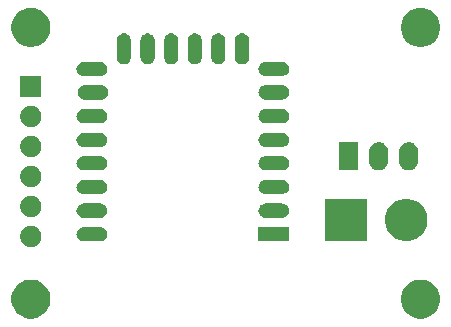
<source format=gbr>
G04 #@! TF.GenerationSoftware,KiCad,Pcbnew,(5.1.5)-3*
G04 #@! TF.CreationDate,2020-04-12T01:01:47+02:00*
G04 #@! TF.ProjectId,schinkli_brain,73636869-6e6b-46c6-995f-627261696e2e,rev?*
G04 #@! TF.SameCoordinates,Original*
G04 #@! TF.FileFunction,Soldermask,Top*
G04 #@! TF.FilePolarity,Negative*
%FSLAX46Y46*%
G04 Gerber Fmt 4.6, Leading zero omitted, Abs format (unit mm)*
G04 Created by KiCad (PCBNEW (5.1.5)-3) date 2020-04-12 01:01:47*
%MOMM*%
%LPD*%
G04 APERTURE LIST*
%ADD10C,0.100000*%
G04 APERTURE END LIST*
D10*
G36*
X86875256Y-124891298D02*
G01*
X86981579Y-124912447D01*
X87282042Y-125036903D01*
X87552451Y-125217585D01*
X87782415Y-125447549D01*
X87963097Y-125717958D01*
X88087553Y-126018421D01*
X88151000Y-126337391D01*
X88151000Y-126662609D01*
X88087553Y-126981579D01*
X87963097Y-127282042D01*
X87782415Y-127552451D01*
X87552451Y-127782415D01*
X87282042Y-127963097D01*
X86981579Y-128087553D01*
X86875256Y-128108702D01*
X86662611Y-128151000D01*
X86337389Y-128151000D01*
X86124744Y-128108702D01*
X86018421Y-128087553D01*
X85717958Y-127963097D01*
X85447549Y-127782415D01*
X85217585Y-127552451D01*
X85036903Y-127282042D01*
X84912447Y-126981579D01*
X84849000Y-126662609D01*
X84849000Y-126337391D01*
X84912447Y-126018421D01*
X85036903Y-125717958D01*
X85217585Y-125447549D01*
X85447549Y-125217585D01*
X85717958Y-125036903D01*
X86018421Y-124912447D01*
X86124744Y-124891298D01*
X86337389Y-124849000D01*
X86662611Y-124849000D01*
X86875256Y-124891298D01*
G37*
G36*
X53875256Y-124891298D02*
G01*
X53981579Y-124912447D01*
X54282042Y-125036903D01*
X54552451Y-125217585D01*
X54782415Y-125447549D01*
X54963097Y-125717958D01*
X55087553Y-126018421D01*
X55151000Y-126337391D01*
X55151000Y-126662609D01*
X55087553Y-126981579D01*
X54963097Y-127282042D01*
X54782415Y-127552451D01*
X54552451Y-127782415D01*
X54282042Y-127963097D01*
X53981579Y-128087553D01*
X53875256Y-128108702D01*
X53662611Y-128151000D01*
X53337389Y-128151000D01*
X53124744Y-128108702D01*
X53018421Y-128087553D01*
X52717958Y-127963097D01*
X52447549Y-127782415D01*
X52217585Y-127552451D01*
X52036903Y-127282042D01*
X51912447Y-126981579D01*
X51849000Y-126662609D01*
X51849000Y-126337391D01*
X51912447Y-126018421D01*
X52036903Y-125717958D01*
X52217585Y-125447549D01*
X52447549Y-125217585D01*
X52717958Y-125036903D01*
X53018421Y-124912447D01*
X53124744Y-124891298D01*
X53337389Y-124849000D01*
X53662611Y-124849000D01*
X53875256Y-124891298D01*
G37*
G36*
X53613512Y-120303927D02*
G01*
X53762812Y-120333624D01*
X53926784Y-120401544D01*
X54074354Y-120500147D01*
X54199853Y-120625646D01*
X54298456Y-120773216D01*
X54366376Y-120937188D01*
X54401000Y-121111259D01*
X54401000Y-121288741D01*
X54366376Y-121462812D01*
X54298456Y-121626784D01*
X54199853Y-121774354D01*
X54074354Y-121899853D01*
X53926784Y-121998456D01*
X53762812Y-122066376D01*
X53613512Y-122096073D01*
X53588742Y-122101000D01*
X53411258Y-122101000D01*
X53386488Y-122096073D01*
X53237188Y-122066376D01*
X53073216Y-121998456D01*
X52925646Y-121899853D01*
X52800147Y-121774354D01*
X52701544Y-121626784D01*
X52633624Y-121462812D01*
X52599000Y-121288741D01*
X52599000Y-121111259D01*
X52633624Y-120937188D01*
X52701544Y-120773216D01*
X52800147Y-120625646D01*
X52925646Y-120500147D01*
X53073216Y-120401544D01*
X53237188Y-120333624D01*
X53386488Y-120303927D01*
X53411258Y-120299000D01*
X53588742Y-120299000D01*
X53613512Y-120303927D01*
G37*
G36*
X85506905Y-118008789D02*
G01*
X85805350Y-118068153D01*
X86133122Y-118203921D01*
X86428109Y-118401025D01*
X86678975Y-118651891D01*
X86876079Y-118946878D01*
X87011847Y-119274650D01*
X87061918Y-119526376D01*
X87075032Y-119592303D01*
X87081060Y-119622611D01*
X87081060Y-119977389D01*
X87011847Y-120325350D01*
X86876079Y-120653122D01*
X86678975Y-120948109D01*
X86428109Y-121198975D01*
X86133122Y-121396079D01*
X85805350Y-121531847D01*
X85506905Y-121591211D01*
X85457390Y-121601060D01*
X85102610Y-121601060D01*
X85053095Y-121591211D01*
X84754650Y-121531847D01*
X84426878Y-121396079D01*
X84131891Y-121198975D01*
X83881025Y-120948109D01*
X83683921Y-120653122D01*
X83548153Y-120325350D01*
X83478940Y-119977389D01*
X83478940Y-119622611D01*
X83484969Y-119592303D01*
X83498082Y-119526376D01*
X83548153Y-119274650D01*
X83683921Y-118946878D01*
X83881025Y-118651891D01*
X84131891Y-118401025D01*
X84426878Y-118203921D01*
X84754650Y-118068153D01*
X85053095Y-118008789D01*
X85102610Y-117998940D01*
X85457390Y-117998940D01*
X85506905Y-118008789D01*
G37*
G36*
X82001060Y-121601060D02*
G01*
X78398940Y-121601060D01*
X78398940Y-117998940D01*
X82001060Y-117998940D01*
X82001060Y-121601060D01*
G37*
G36*
X59485818Y-120407696D02*
G01*
X59599105Y-120442062D01*
X59703512Y-120497869D01*
X59795027Y-120572973D01*
X59870131Y-120664488D01*
X59925938Y-120768895D01*
X59960304Y-120882182D01*
X59971907Y-121000000D01*
X59960304Y-121117818D01*
X59925938Y-121231105D01*
X59870131Y-121335512D01*
X59795027Y-121427027D01*
X59703512Y-121502131D01*
X59599105Y-121557938D01*
X59485818Y-121592304D01*
X59397519Y-121601000D01*
X57938481Y-121601000D01*
X57850182Y-121592304D01*
X57736895Y-121557938D01*
X57632488Y-121502131D01*
X57540973Y-121427027D01*
X57465869Y-121335512D01*
X57410062Y-121231105D01*
X57375696Y-121117818D01*
X57364093Y-121000000D01*
X57375696Y-120882182D01*
X57410062Y-120768895D01*
X57465869Y-120664488D01*
X57540973Y-120572973D01*
X57632488Y-120497869D01*
X57736895Y-120442062D01*
X57850182Y-120407696D01*
X57938481Y-120399000D01*
X59397519Y-120399000D01*
X59485818Y-120407696D01*
G37*
G36*
X75369000Y-121601000D02*
G01*
X72767000Y-121601000D01*
X72767000Y-120399000D01*
X75369000Y-120399000D01*
X75369000Y-121601000D01*
G37*
G36*
X74885818Y-118407696D02*
G01*
X74999105Y-118442062D01*
X75103512Y-118497869D01*
X75195027Y-118572973D01*
X75270131Y-118664488D01*
X75325938Y-118768895D01*
X75360304Y-118882182D01*
X75371907Y-119000000D01*
X75360304Y-119117818D01*
X75325938Y-119231105D01*
X75270131Y-119335512D01*
X75195027Y-119427027D01*
X75103512Y-119502131D01*
X74999105Y-119557938D01*
X74885818Y-119592304D01*
X74797519Y-119601000D01*
X73338481Y-119601000D01*
X73250182Y-119592304D01*
X73136895Y-119557938D01*
X73032488Y-119502131D01*
X72940973Y-119427027D01*
X72865869Y-119335512D01*
X72810062Y-119231105D01*
X72775696Y-119117818D01*
X72764093Y-119000000D01*
X72775696Y-118882182D01*
X72810062Y-118768895D01*
X72865869Y-118664488D01*
X72940973Y-118572973D01*
X73032488Y-118497869D01*
X73136895Y-118442062D01*
X73250182Y-118407696D01*
X73338481Y-118399000D01*
X74797519Y-118399000D01*
X74885818Y-118407696D01*
G37*
G36*
X59485818Y-118407696D02*
G01*
X59599105Y-118442062D01*
X59703512Y-118497869D01*
X59795027Y-118572973D01*
X59870131Y-118664488D01*
X59925938Y-118768895D01*
X59960304Y-118882182D01*
X59971907Y-119000000D01*
X59960304Y-119117818D01*
X59925938Y-119231105D01*
X59870131Y-119335512D01*
X59795027Y-119427027D01*
X59703512Y-119502131D01*
X59599105Y-119557938D01*
X59485818Y-119592304D01*
X59397519Y-119601000D01*
X57938481Y-119601000D01*
X57850182Y-119592304D01*
X57736895Y-119557938D01*
X57632488Y-119502131D01*
X57540973Y-119427027D01*
X57465869Y-119335512D01*
X57410062Y-119231105D01*
X57375696Y-119117818D01*
X57364093Y-119000000D01*
X57375696Y-118882182D01*
X57410062Y-118768895D01*
X57465869Y-118664488D01*
X57540973Y-118572973D01*
X57632488Y-118497869D01*
X57736895Y-118442062D01*
X57850182Y-118407696D01*
X57938481Y-118399000D01*
X59397519Y-118399000D01*
X59485818Y-118407696D01*
G37*
G36*
X53613512Y-117763927D02*
G01*
X53762812Y-117793624D01*
X53926784Y-117861544D01*
X54074354Y-117960147D01*
X54199853Y-118085646D01*
X54298456Y-118233216D01*
X54366376Y-118397188D01*
X54401000Y-118571259D01*
X54401000Y-118748741D01*
X54366376Y-118922812D01*
X54298456Y-119086784D01*
X54199853Y-119234354D01*
X54074354Y-119359853D01*
X53926784Y-119458456D01*
X53762812Y-119526376D01*
X53613512Y-119556073D01*
X53588742Y-119561000D01*
X53411258Y-119561000D01*
X53386488Y-119556073D01*
X53237188Y-119526376D01*
X53073216Y-119458456D01*
X52925646Y-119359853D01*
X52800147Y-119234354D01*
X52701544Y-119086784D01*
X52633624Y-118922812D01*
X52599000Y-118748741D01*
X52599000Y-118571259D01*
X52633624Y-118397188D01*
X52701544Y-118233216D01*
X52800147Y-118085646D01*
X52925646Y-117960147D01*
X53073216Y-117861544D01*
X53237188Y-117793624D01*
X53386488Y-117763927D01*
X53411258Y-117759000D01*
X53588742Y-117759000D01*
X53613512Y-117763927D01*
G37*
G36*
X74885818Y-116407696D02*
G01*
X74999105Y-116442062D01*
X75103512Y-116497869D01*
X75195027Y-116572973D01*
X75270131Y-116664488D01*
X75325938Y-116768895D01*
X75360304Y-116882182D01*
X75371907Y-117000000D01*
X75360304Y-117117818D01*
X75325938Y-117231105D01*
X75270131Y-117335512D01*
X75195027Y-117427027D01*
X75103512Y-117502131D01*
X74999105Y-117557938D01*
X74885818Y-117592304D01*
X74797519Y-117601000D01*
X73338481Y-117601000D01*
X73250182Y-117592304D01*
X73136895Y-117557938D01*
X73032488Y-117502131D01*
X72940973Y-117427027D01*
X72865869Y-117335512D01*
X72810062Y-117231105D01*
X72775696Y-117117818D01*
X72764093Y-117000000D01*
X72775696Y-116882182D01*
X72810062Y-116768895D01*
X72865869Y-116664488D01*
X72940973Y-116572973D01*
X73032488Y-116497869D01*
X73136895Y-116442062D01*
X73250182Y-116407696D01*
X73338481Y-116399000D01*
X74797519Y-116399000D01*
X74885818Y-116407696D01*
G37*
G36*
X59485818Y-116407696D02*
G01*
X59599105Y-116442062D01*
X59703512Y-116497869D01*
X59795027Y-116572973D01*
X59870131Y-116664488D01*
X59925938Y-116768895D01*
X59960304Y-116882182D01*
X59971907Y-117000000D01*
X59960304Y-117117818D01*
X59925938Y-117231105D01*
X59870131Y-117335512D01*
X59795027Y-117427027D01*
X59703512Y-117502131D01*
X59599105Y-117557938D01*
X59485818Y-117592304D01*
X59397519Y-117601000D01*
X57938481Y-117601000D01*
X57850182Y-117592304D01*
X57736895Y-117557938D01*
X57632488Y-117502131D01*
X57540973Y-117427027D01*
X57465869Y-117335512D01*
X57410062Y-117231105D01*
X57375696Y-117117818D01*
X57364093Y-117000000D01*
X57375696Y-116882182D01*
X57410062Y-116768895D01*
X57465869Y-116664488D01*
X57540973Y-116572973D01*
X57632488Y-116497869D01*
X57736895Y-116442062D01*
X57850182Y-116407696D01*
X57938481Y-116399000D01*
X59397519Y-116399000D01*
X59485818Y-116407696D01*
G37*
G36*
X53613512Y-115223927D02*
G01*
X53762812Y-115253624D01*
X53926784Y-115321544D01*
X54074354Y-115420147D01*
X54199853Y-115545646D01*
X54298456Y-115693216D01*
X54366376Y-115857188D01*
X54401000Y-116031259D01*
X54401000Y-116208741D01*
X54366376Y-116382812D01*
X54298456Y-116546784D01*
X54199853Y-116694354D01*
X54074354Y-116819853D01*
X53926784Y-116918456D01*
X53762812Y-116986376D01*
X53613512Y-117016073D01*
X53588742Y-117021000D01*
X53411258Y-117021000D01*
X53386488Y-117016073D01*
X53237188Y-116986376D01*
X53073216Y-116918456D01*
X52925646Y-116819853D01*
X52800147Y-116694354D01*
X52701544Y-116546784D01*
X52633624Y-116382812D01*
X52599000Y-116208741D01*
X52599000Y-116031259D01*
X52633624Y-115857188D01*
X52701544Y-115693216D01*
X52800147Y-115545646D01*
X52925646Y-115420147D01*
X53073216Y-115321544D01*
X53237188Y-115253624D01*
X53386488Y-115223927D01*
X53411258Y-115219000D01*
X53588742Y-115219000D01*
X53613512Y-115223927D01*
G37*
G36*
X85637022Y-113210590D02*
G01*
X85737681Y-113241125D01*
X85788012Y-113256392D01*
X85901752Y-113317188D01*
X85927164Y-113330771D01*
X86049133Y-113430867D01*
X86149229Y-113552835D01*
X86223608Y-113691987D01*
X86238875Y-113742318D01*
X86269410Y-113842977D01*
X86281000Y-113960655D01*
X86281000Y-114839345D01*
X86269410Y-114957023D01*
X86256373Y-115000000D01*
X86223608Y-115108013D01*
X86149229Y-115247165D01*
X86049133Y-115369133D01*
X85927165Y-115469229D01*
X85788013Y-115543608D01*
X85740776Y-115557937D01*
X85637023Y-115589410D01*
X85480000Y-115604875D01*
X85322978Y-115589410D01*
X85219225Y-115557937D01*
X85171988Y-115543608D01*
X85032836Y-115469229D01*
X84910868Y-115369133D01*
X84810772Y-115247165D01*
X84736393Y-115108013D01*
X84703628Y-115000000D01*
X84690591Y-114957023D01*
X84679000Y-114839345D01*
X84679000Y-113960656D01*
X84690590Y-113842978D01*
X84736392Y-113691989D01*
X84736392Y-113691988D01*
X84810771Y-113552836D01*
X84852384Y-113502130D01*
X84910867Y-113430867D01*
X85032835Y-113330771D01*
X85058247Y-113317188D01*
X85171987Y-113256392D01*
X85222318Y-113241125D01*
X85322977Y-113210590D01*
X85480000Y-113195125D01*
X85637022Y-113210590D01*
G37*
G36*
X83097022Y-113210590D02*
G01*
X83197681Y-113241125D01*
X83248012Y-113256392D01*
X83361752Y-113317188D01*
X83387164Y-113330771D01*
X83509133Y-113430867D01*
X83609229Y-113552835D01*
X83683608Y-113691987D01*
X83698875Y-113742318D01*
X83729410Y-113842977D01*
X83741000Y-113960655D01*
X83741000Y-114839345D01*
X83729410Y-114957023D01*
X83716373Y-115000000D01*
X83683608Y-115108013D01*
X83609229Y-115247165D01*
X83509133Y-115369133D01*
X83387165Y-115469229D01*
X83248013Y-115543608D01*
X83200776Y-115557937D01*
X83097023Y-115589410D01*
X82940000Y-115604875D01*
X82782978Y-115589410D01*
X82679225Y-115557937D01*
X82631988Y-115543608D01*
X82492836Y-115469229D01*
X82370868Y-115369133D01*
X82270772Y-115247165D01*
X82196393Y-115108013D01*
X82163628Y-115000000D01*
X82150591Y-114957023D01*
X82139000Y-114839345D01*
X82139000Y-113960656D01*
X82150590Y-113842978D01*
X82196392Y-113691989D01*
X82196392Y-113691988D01*
X82270771Y-113552836D01*
X82312384Y-113502130D01*
X82370867Y-113430867D01*
X82492835Y-113330771D01*
X82518247Y-113317188D01*
X82631987Y-113256392D01*
X82682318Y-113241125D01*
X82782977Y-113210590D01*
X82940000Y-113195125D01*
X83097022Y-113210590D01*
G37*
G36*
X59485818Y-114407696D02*
G01*
X59599105Y-114442062D01*
X59703512Y-114497869D01*
X59795027Y-114572973D01*
X59870131Y-114664488D01*
X59925938Y-114768895D01*
X59960304Y-114882182D01*
X59971907Y-115000000D01*
X59960304Y-115117818D01*
X59925938Y-115231105D01*
X59870131Y-115335512D01*
X59795027Y-115427027D01*
X59703512Y-115502131D01*
X59599105Y-115557938D01*
X59485818Y-115592304D01*
X59397519Y-115601000D01*
X57938481Y-115601000D01*
X57850182Y-115592304D01*
X57736895Y-115557938D01*
X57632488Y-115502131D01*
X57540973Y-115427027D01*
X57465869Y-115335512D01*
X57410062Y-115231105D01*
X57375696Y-115117818D01*
X57364093Y-115000000D01*
X57375696Y-114882182D01*
X57410062Y-114768895D01*
X57465869Y-114664488D01*
X57540973Y-114572973D01*
X57632488Y-114497869D01*
X57736895Y-114442062D01*
X57850182Y-114407696D01*
X57938481Y-114399000D01*
X59397519Y-114399000D01*
X59485818Y-114407696D01*
G37*
G36*
X74885818Y-114407696D02*
G01*
X74999105Y-114442062D01*
X75103512Y-114497869D01*
X75195027Y-114572973D01*
X75270131Y-114664488D01*
X75325938Y-114768895D01*
X75360304Y-114882182D01*
X75371907Y-115000000D01*
X75360304Y-115117818D01*
X75325938Y-115231105D01*
X75270131Y-115335512D01*
X75195027Y-115427027D01*
X75103512Y-115502131D01*
X74999105Y-115557938D01*
X74885818Y-115592304D01*
X74797519Y-115601000D01*
X73338481Y-115601000D01*
X73250182Y-115592304D01*
X73136895Y-115557938D01*
X73032488Y-115502131D01*
X72940973Y-115427027D01*
X72865869Y-115335512D01*
X72810062Y-115231105D01*
X72775696Y-115117818D01*
X72764093Y-115000000D01*
X72775696Y-114882182D01*
X72810062Y-114768895D01*
X72865869Y-114664488D01*
X72940973Y-114572973D01*
X73032488Y-114497869D01*
X73136895Y-114442062D01*
X73250182Y-114407696D01*
X73338481Y-114399000D01*
X74797519Y-114399000D01*
X74885818Y-114407696D01*
G37*
G36*
X81201000Y-115601000D02*
G01*
X79599000Y-115601000D01*
X79599000Y-113199000D01*
X81201000Y-113199000D01*
X81201000Y-115601000D01*
G37*
G36*
X53613512Y-112683927D02*
G01*
X53762812Y-112713624D01*
X53926784Y-112781544D01*
X54074354Y-112880147D01*
X54199853Y-113005646D01*
X54298456Y-113153216D01*
X54366376Y-113317188D01*
X54401000Y-113491259D01*
X54401000Y-113668741D01*
X54366376Y-113842812D01*
X54298456Y-114006784D01*
X54199853Y-114154354D01*
X54074354Y-114279853D01*
X53926784Y-114378456D01*
X53762812Y-114446376D01*
X53613512Y-114476073D01*
X53588742Y-114481000D01*
X53411258Y-114481000D01*
X53386488Y-114476073D01*
X53237188Y-114446376D01*
X53073216Y-114378456D01*
X52925646Y-114279853D01*
X52800147Y-114154354D01*
X52701544Y-114006784D01*
X52633624Y-113842812D01*
X52599000Y-113668741D01*
X52599000Y-113491259D01*
X52633624Y-113317188D01*
X52701544Y-113153216D01*
X52800147Y-113005646D01*
X52925646Y-112880147D01*
X53073216Y-112781544D01*
X53237188Y-112713624D01*
X53386488Y-112683927D01*
X53411258Y-112679000D01*
X53588742Y-112679000D01*
X53613512Y-112683927D01*
G37*
G36*
X59485818Y-112407696D02*
G01*
X59599105Y-112442062D01*
X59703512Y-112497869D01*
X59795027Y-112572973D01*
X59870131Y-112664488D01*
X59925938Y-112768895D01*
X59960304Y-112882182D01*
X59971907Y-113000000D01*
X59960304Y-113117818D01*
X59925938Y-113231105D01*
X59870131Y-113335512D01*
X59795027Y-113427027D01*
X59703512Y-113502131D01*
X59599105Y-113557938D01*
X59485818Y-113592304D01*
X59397519Y-113601000D01*
X57938481Y-113601000D01*
X57850182Y-113592304D01*
X57736895Y-113557938D01*
X57632488Y-113502131D01*
X57540973Y-113427027D01*
X57465869Y-113335512D01*
X57410062Y-113231105D01*
X57375696Y-113117818D01*
X57364093Y-113000000D01*
X57375696Y-112882182D01*
X57410062Y-112768895D01*
X57465869Y-112664488D01*
X57540973Y-112572973D01*
X57632488Y-112497869D01*
X57736895Y-112442062D01*
X57850182Y-112407696D01*
X57938481Y-112399000D01*
X59397519Y-112399000D01*
X59485818Y-112407696D01*
G37*
G36*
X74885818Y-112407696D02*
G01*
X74999105Y-112442062D01*
X75103512Y-112497869D01*
X75195027Y-112572973D01*
X75270131Y-112664488D01*
X75325938Y-112768895D01*
X75360304Y-112882182D01*
X75371907Y-113000000D01*
X75360304Y-113117818D01*
X75325938Y-113231105D01*
X75270131Y-113335512D01*
X75195027Y-113427027D01*
X75103512Y-113502131D01*
X74999105Y-113557938D01*
X74885818Y-113592304D01*
X74797519Y-113601000D01*
X73338481Y-113601000D01*
X73250182Y-113592304D01*
X73136895Y-113557938D01*
X73032488Y-113502131D01*
X72940973Y-113427027D01*
X72865869Y-113335512D01*
X72810062Y-113231105D01*
X72775696Y-113117818D01*
X72764093Y-113000000D01*
X72775696Y-112882182D01*
X72810062Y-112768895D01*
X72865869Y-112664488D01*
X72940973Y-112572973D01*
X73032488Y-112497869D01*
X73136895Y-112442062D01*
X73250182Y-112407696D01*
X73338481Y-112399000D01*
X74797519Y-112399000D01*
X74885818Y-112407696D01*
G37*
G36*
X53613512Y-110143927D02*
G01*
X53762812Y-110173624D01*
X53926784Y-110241544D01*
X54074354Y-110340147D01*
X54199853Y-110465646D01*
X54298456Y-110613216D01*
X54366376Y-110777188D01*
X54401000Y-110951259D01*
X54401000Y-111128741D01*
X54366376Y-111302812D01*
X54298456Y-111466784D01*
X54199853Y-111614354D01*
X54074354Y-111739853D01*
X53926784Y-111838456D01*
X53762812Y-111906376D01*
X53613512Y-111936073D01*
X53588742Y-111941000D01*
X53411258Y-111941000D01*
X53386488Y-111936073D01*
X53237188Y-111906376D01*
X53073216Y-111838456D01*
X52925646Y-111739853D01*
X52800147Y-111614354D01*
X52701544Y-111466784D01*
X52633624Y-111302812D01*
X52599000Y-111128741D01*
X52599000Y-110951259D01*
X52633624Y-110777188D01*
X52701544Y-110613216D01*
X52800147Y-110465646D01*
X52925646Y-110340147D01*
X53073216Y-110241544D01*
X53237188Y-110173624D01*
X53386488Y-110143927D01*
X53411258Y-110139000D01*
X53588742Y-110139000D01*
X53613512Y-110143927D01*
G37*
G36*
X74885818Y-110407696D02*
G01*
X74999105Y-110442062D01*
X75103512Y-110497869D01*
X75195027Y-110572973D01*
X75270131Y-110664488D01*
X75325938Y-110768895D01*
X75360304Y-110882182D01*
X75371907Y-111000000D01*
X75360304Y-111117818D01*
X75325938Y-111231105D01*
X75270131Y-111335512D01*
X75195027Y-111427027D01*
X75103512Y-111502131D01*
X74999105Y-111557938D01*
X74885818Y-111592304D01*
X74797519Y-111601000D01*
X73338481Y-111601000D01*
X73250182Y-111592304D01*
X73136895Y-111557938D01*
X73032488Y-111502131D01*
X72940973Y-111427027D01*
X72865869Y-111335512D01*
X72810062Y-111231105D01*
X72775696Y-111117818D01*
X72764093Y-111000000D01*
X72775696Y-110882182D01*
X72810062Y-110768895D01*
X72865869Y-110664488D01*
X72940973Y-110572973D01*
X73032488Y-110497869D01*
X73136895Y-110442062D01*
X73250182Y-110407696D01*
X73338481Y-110399000D01*
X74797519Y-110399000D01*
X74885818Y-110407696D01*
G37*
G36*
X59485818Y-110407696D02*
G01*
X59599105Y-110442062D01*
X59703512Y-110497869D01*
X59795027Y-110572973D01*
X59870131Y-110664488D01*
X59925938Y-110768895D01*
X59960304Y-110882182D01*
X59971907Y-111000000D01*
X59960304Y-111117818D01*
X59925938Y-111231105D01*
X59870131Y-111335512D01*
X59795027Y-111427027D01*
X59703512Y-111502131D01*
X59599105Y-111557938D01*
X59485818Y-111592304D01*
X59397519Y-111601000D01*
X57938481Y-111601000D01*
X57850182Y-111592304D01*
X57736895Y-111557938D01*
X57632488Y-111502131D01*
X57540973Y-111427027D01*
X57465869Y-111335512D01*
X57410062Y-111231105D01*
X57375696Y-111117818D01*
X57364093Y-111000000D01*
X57375696Y-110882182D01*
X57410062Y-110768895D01*
X57465869Y-110664488D01*
X57540973Y-110572973D01*
X57632488Y-110497869D01*
X57736895Y-110442062D01*
X57850182Y-110407696D01*
X57938481Y-110399000D01*
X59397519Y-110399000D01*
X59485818Y-110407696D01*
G37*
G36*
X74885818Y-108407696D02*
G01*
X74999105Y-108442062D01*
X75103512Y-108497869D01*
X75195027Y-108572973D01*
X75270131Y-108664488D01*
X75325938Y-108768895D01*
X75360304Y-108882182D01*
X75371907Y-109000000D01*
X75360304Y-109117818D01*
X75325938Y-109231105D01*
X75270131Y-109335512D01*
X75195027Y-109427027D01*
X75103512Y-109502131D01*
X74999105Y-109557938D01*
X74885818Y-109592304D01*
X74797519Y-109601000D01*
X73338481Y-109601000D01*
X73250182Y-109592304D01*
X73136895Y-109557938D01*
X73032488Y-109502131D01*
X72940973Y-109427027D01*
X72865869Y-109335512D01*
X72810062Y-109231105D01*
X72775696Y-109117818D01*
X72764093Y-109000000D01*
X72775696Y-108882182D01*
X72810062Y-108768895D01*
X72865869Y-108664488D01*
X72940973Y-108572973D01*
X73032488Y-108497869D01*
X73136895Y-108442062D01*
X73250182Y-108407696D01*
X73338481Y-108399000D01*
X74797519Y-108399000D01*
X74885818Y-108407696D01*
G37*
G36*
X59585818Y-108407696D02*
G01*
X59699105Y-108442062D01*
X59803512Y-108497869D01*
X59895027Y-108572973D01*
X59970131Y-108664488D01*
X60025938Y-108768895D01*
X60060304Y-108882182D01*
X60071907Y-109000000D01*
X60060304Y-109117818D01*
X60025938Y-109231105D01*
X59970131Y-109335512D01*
X59895027Y-109427027D01*
X59803512Y-109502131D01*
X59699105Y-109557938D01*
X59585818Y-109592304D01*
X59497519Y-109601000D01*
X58038481Y-109601000D01*
X57950182Y-109592304D01*
X57836895Y-109557938D01*
X57732488Y-109502131D01*
X57640973Y-109427027D01*
X57565869Y-109335512D01*
X57510062Y-109231105D01*
X57475696Y-109117818D01*
X57464093Y-109000000D01*
X57475696Y-108882182D01*
X57510062Y-108768895D01*
X57565869Y-108664488D01*
X57640973Y-108572973D01*
X57732488Y-108497869D01*
X57836895Y-108442062D01*
X57950182Y-108407696D01*
X58038481Y-108399000D01*
X59497519Y-108399000D01*
X59585818Y-108407696D01*
G37*
G36*
X54401000Y-109401000D02*
G01*
X52599000Y-109401000D01*
X52599000Y-107599000D01*
X54401000Y-107599000D01*
X54401000Y-109401000D01*
G37*
G36*
X59485818Y-106407696D02*
G01*
X59599105Y-106442062D01*
X59703512Y-106497869D01*
X59795027Y-106572973D01*
X59870131Y-106664488D01*
X59925938Y-106768895D01*
X59960304Y-106882182D01*
X59971907Y-107000000D01*
X59960304Y-107117818D01*
X59925938Y-107231105D01*
X59870131Y-107335512D01*
X59795027Y-107427027D01*
X59703512Y-107502131D01*
X59599105Y-107557938D01*
X59485818Y-107592304D01*
X59397519Y-107601000D01*
X57938481Y-107601000D01*
X57850182Y-107592304D01*
X57736895Y-107557938D01*
X57632488Y-107502131D01*
X57540973Y-107427027D01*
X57465869Y-107335512D01*
X57410062Y-107231105D01*
X57375696Y-107117818D01*
X57364093Y-107000000D01*
X57375696Y-106882182D01*
X57410062Y-106768895D01*
X57465869Y-106664488D01*
X57540973Y-106572973D01*
X57632488Y-106497869D01*
X57736895Y-106442062D01*
X57850182Y-106407696D01*
X57938481Y-106399000D01*
X59397519Y-106399000D01*
X59485818Y-106407696D01*
G37*
G36*
X74885818Y-106407696D02*
G01*
X74999105Y-106442062D01*
X75103512Y-106497869D01*
X75195027Y-106572973D01*
X75270131Y-106664488D01*
X75325938Y-106768895D01*
X75360304Y-106882182D01*
X75371907Y-107000000D01*
X75360304Y-107117818D01*
X75325938Y-107231105D01*
X75270131Y-107335512D01*
X75195027Y-107427027D01*
X75103512Y-107502131D01*
X74999105Y-107557938D01*
X74885818Y-107592304D01*
X74797519Y-107601000D01*
X73338481Y-107601000D01*
X73250182Y-107592304D01*
X73136895Y-107557938D01*
X73032488Y-107502131D01*
X72940973Y-107427027D01*
X72865869Y-107335512D01*
X72810062Y-107231105D01*
X72775696Y-107117818D01*
X72764093Y-107000000D01*
X72775696Y-106882182D01*
X72810062Y-106768895D01*
X72865869Y-106664488D01*
X72940973Y-106572973D01*
X73032488Y-106497869D01*
X73136895Y-106442062D01*
X73250182Y-106407696D01*
X73338481Y-106399000D01*
X74797519Y-106399000D01*
X74885818Y-106407696D01*
G37*
G36*
X69495818Y-104007696D02*
G01*
X69609105Y-104042062D01*
X69713512Y-104097869D01*
X69805027Y-104172973D01*
X69880131Y-104264488D01*
X69935938Y-104368895D01*
X69970304Y-104482182D01*
X69979000Y-104570481D01*
X69979000Y-106029519D01*
X69970304Y-106117818D01*
X69935938Y-106231105D01*
X69880131Y-106335512D01*
X69880130Y-106335513D01*
X69805027Y-106427027D01*
X69729923Y-106488662D01*
X69713511Y-106502131D01*
X69609104Y-106557938D01*
X69495817Y-106592304D01*
X69378000Y-106603907D01*
X69260182Y-106592304D01*
X69146895Y-106557938D01*
X69042488Y-106502131D01*
X68969295Y-106442063D01*
X68950973Y-106427027D01*
X68875870Y-106335512D01*
X68875869Y-106335511D01*
X68820062Y-106231104D01*
X68785696Y-106117817D01*
X68777000Y-106029518D01*
X68777001Y-104570481D01*
X68785697Y-104482182D01*
X68820063Y-104368895D01*
X68875870Y-104264488D01*
X68950974Y-104172973D01*
X69042489Y-104097869D01*
X69146896Y-104042062D01*
X69260183Y-104007696D01*
X69378000Y-103996093D01*
X69495818Y-104007696D01*
G37*
G36*
X71495818Y-104007696D02*
G01*
X71609105Y-104042062D01*
X71713512Y-104097869D01*
X71805027Y-104172973D01*
X71880131Y-104264488D01*
X71935938Y-104368895D01*
X71970304Y-104482182D01*
X71979000Y-104570481D01*
X71979000Y-106029519D01*
X71970304Y-106117818D01*
X71935938Y-106231105D01*
X71880131Y-106335512D01*
X71880130Y-106335513D01*
X71805027Y-106427027D01*
X71729923Y-106488662D01*
X71713511Y-106502131D01*
X71609104Y-106557938D01*
X71495817Y-106592304D01*
X71378000Y-106603907D01*
X71260182Y-106592304D01*
X71146895Y-106557938D01*
X71042488Y-106502131D01*
X70969295Y-106442063D01*
X70950973Y-106427027D01*
X70875870Y-106335512D01*
X70875869Y-106335511D01*
X70820062Y-106231104D01*
X70785696Y-106117817D01*
X70777000Y-106029518D01*
X70777001Y-104570481D01*
X70785697Y-104482182D01*
X70820063Y-104368895D01*
X70875870Y-104264488D01*
X70950974Y-104172973D01*
X71042489Y-104097869D01*
X71146896Y-104042062D01*
X71260183Y-104007696D01*
X71378000Y-103996093D01*
X71495818Y-104007696D01*
G37*
G36*
X67495818Y-104007696D02*
G01*
X67609105Y-104042062D01*
X67713512Y-104097869D01*
X67805027Y-104172973D01*
X67880131Y-104264488D01*
X67935938Y-104368895D01*
X67970304Y-104482182D01*
X67979000Y-104570481D01*
X67979000Y-106029519D01*
X67970304Y-106117818D01*
X67935938Y-106231105D01*
X67880131Y-106335512D01*
X67880130Y-106335513D01*
X67805027Y-106427027D01*
X67729923Y-106488662D01*
X67713511Y-106502131D01*
X67609104Y-106557938D01*
X67495817Y-106592304D01*
X67378000Y-106603907D01*
X67260182Y-106592304D01*
X67146895Y-106557938D01*
X67042488Y-106502131D01*
X66969295Y-106442063D01*
X66950973Y-106427027D01*
X66875870Y-106335512D01*
X66875869Y-106335511D01*
X66820062Y-106231104D01*
X66785696Y-106117817D01*
X66777000Y-106029518D01*
X66777001Y-104570481D01*
X66785697Y-104482182D01*
X66820063Y-104368895D01*
X66875870Y-104264488D01*
X66950974Y-104172973D01*
X67042489Y-104097869D01*
X67146896Y-104042062D01*
X67260183Y-104007696D01*
X67378000Y-103996093D01*
X67495818Y-104007696D01*
G37*
G36*
X65495818Y-104007696D02*
G01*
X65609105Y-104042062D01*
X65713512Y-104097869D01*
X65805027Y-104172973D01*
X65880131Y-104264488D01*
X65935938Y-104368895D01*
X65970304Y-104482182D01*
X65979000Y-104570481D01*
X65979000Y-106029519D01*
X65970304Y-106117818D01*
X65935938Y-106231105D01*
X65880131Y-106335512D01*
X65880130Y-106335513D01*
X65805027Y-106427027D01*
X65729923Y-106488662D01*
X65713511Y-106502131D01*
X65609104Y-106557938D01*
X65495817Y-106592304D01*
X65378000Y-106603907D01*
X65260182Y-106592304D01*
X65146895Y-106557938D01*
X65042488Y-106502131D01*
X64969295Y-106442063D01*
X64950973Y-106427027D01*
X64875870Y-106335512D01*
X64875869Y-106335511D01*
X64820062Y-106231104D01*
X64785696Y-106117817D01*
X64777000Y-106029518D01*
X64777001Y-104570481D01*
X64785697Y-104482182D01*
X64820063Y-104368895D01*
X64875870Y-104264488D01*
X64950974Y-104172973D01*
X65042489Y-104097869D01*
X65146896Y-104042062D01*
X65260183Y-104007696D01*
X65378000Y-103996093D01*
X65495818Y-104007696D01*
G37*
G36*
X63495818Y-104007696D02*
G01*
X63609105Y-104042062D01*
X63713512Y-104097869D01*
X63805027Y-104172973D01*
X63880131Y-104264488D01*
X63935938Y-104368895D01*
X63970304Y-104482182D01*
X63979000Y-104570481D01*
X63979000Y-106029519D01*
X63970304Y-106117818D01*
X63935938Y-106231105D01*
X63880131Y-106335512D01*
X63880130Y-106335513D01*
X63805027Y-106427027D01*
X63729923Y-106488662D01*
X63713511Y-106502131D01*
X63609104Y-106557938D01*
X63495817Y-106592304D01*
X63378000Y-106603907D01*
X63260182Y-106592304D01*
X63146895Y-106557938D01*
X63042488Y-106502131D01*
X62969295Y-106442063D01*
X62950973Y-106427027D01*
X62875870Y-106335512D01*
X62875869Y-106335511D01*
X62820062Y-106231104D01*
X62785696Y-106117817D01*
X62777000Y-106029518D01*
X62777001Y-104570481D01*
X62785697Y-104482182D01*
X62820063Y-104368895D01*
X62875870Y-104264488D01*
X62950974Y-104172973D01*
X63042489Y-104097869D01*
X63146896Y-104042062D01*
X63260183Y-104007696D01*
X63378000Y-103996093D01*
X63495818Y-104007696D01*
G37*
G36*
X61495818Y-104007696D02*
G01*
X61609105Y-104042062D01*
X61713512Y-104097869D01*
X61805027Y-104172973D01*
X61880131Y-104264488D01*
X61935938Y-104368895D01*
X61970304Y-104482182D01*
X61979000Y-104570481D01*
X61979000Y-106029519D01*
X61970304Y-106117818D01*
X61935938Y-106231105D01*
X61880131Y-106335512D01*
X61880130Y-106335513D01*
X61805027Y-106427027D01*
X61729923Y-106488662D01*
X61713511Y-106502131D01*
X61609104Y-106557938D01*
X61495817Y-106592304D01*
X61378000Y-106603907D01*
X61260182Y-106592304D01*
X61146895Y-106557938D01*
X61042488Y-106502131D01*
X60969295Y-106442063D01*
X60950973Y-106427027D01*
X60875870Y-106335512D01*
X60875869Y-106335511D01*
X60820062Y-106231104D01*
X60785696Y-106117817D01*
X60777000Y-106029518D01*
X60777001Y-104570481D01*
X60785697Y-104482182D01*
X60820063Y-104368895D01*
X60875870Y-104264488D01*
X60950974Y-104172973D01*
X61042489Y-104097869D01*
X61146896Y-104042062D01*
X61260183Y-104007696D01*
X61378000Y-103996093D01*
X61495818Y-104007696D01*
G37*
G36*
X86875256Y-101891298D02*
G01*
X86981579Y-101912447D01*
X87282042Y-102036903D01*
X87552451Y-102217585D01*
X87782415Y-102447549D01*
X87963097Y-102717958D01*
X88087553Y-103018421D01*
X88151000Y-103337391D01*
X88151000Y-103662609D01*
X88087553Y-103981579D01*
X87963097Y-104282042D01*
X87782415Y-104552451D01*
X87552451Y-104782415D01*
X87282042Y-104963097D01*
X86981579Y-105087553D01*
X86875256Y-105108702D01*
X86662611Y-105151000D01*
X86337389Y-105151000D01*
X86124744Y-105108702D01*
X86018421Y-105087553D01*
X85717958Y-104963097D01*
X85447549Y-104782415D01*
X85217585Y-104552451D01*
X85036903Y-104282042D01*
X84912447Y-103981579D01*
X84849000Y-103662609D01*
X84849000Y-103337391D01*
X84912447Y-103018421D01*
X85036903Y-102717958D01*
X85217585Y-102447549D01*
X85447549Y-102217585D01*
X85717958Y-102036903D01*
X86018421Y-101912447D01*
X86124744Y-101891298D01*
X86337389Y-101849000D01*
X86662611Y-101849000D01*
X86875256Y-101891298D01*
G37*
G36*
X53875256Y-101891298D02*
G01*
X53981579Y-101912447D01*
X54282042Y-102036903D01*
X54552451Y-102217585D01*
X54782415Y-102447549D01*
X54963097Y-102717958D01*
X55087553Y-103018421D01*
X55151000Y-103337391D01*
X55151000Y-103662609D01*
X55087553Y-103981579D01*
X54963097Y-104282042D01*
X54782415Y-104552451D01*
X54552451Y-104782415D01*
X54282042Y-104963097D01*
X53981579Y-105087553D01*
X53875256Y-105108702D01*
X53662611Y-105151000D01*
X53337389Y-105151000D01*
X53124744Y-105108702D01*
X53018421Y-105087553D01*
X52717958Y-104963097D01*
X52447549Y-104782415D01*
X52217585Y-104552451D01*
X52036903Y-104282042D01*
X51912447Y-103981579D01*
X51849000Y-103662609D01*
X51849000Y-103337391D01*
X51912447Y-103018421D01*
X52036903Y-102717958D01*
X52217585Y-102447549D01*
X52447549Y-102217585D01*
X52717958Y-102036903D01*
X53018421Y-101912447D01*
X53124744Y-101891298D01*
X53337389Y-101849000D01*
X53662611Y-101849000D01*
X53875256Y-101891298D01*
G37*
M02*

</source>
